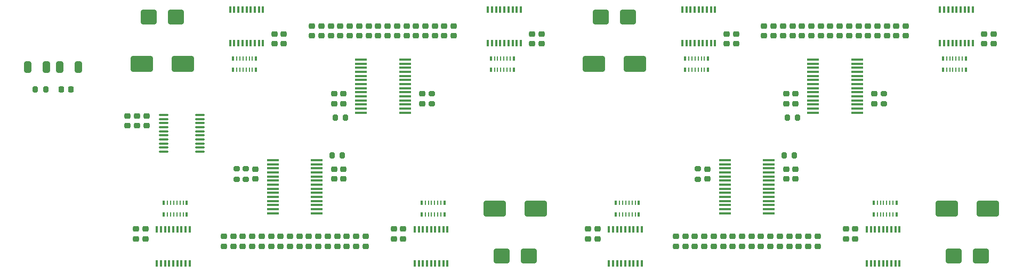
<source format=gtp>
G04 #@! TF.GenerationSoftware,KiCad,Pcbnew,9.0.6*
G04 #@! TF.CreationDate,2025-12-17T10:29:11+01:00*
G04 #@! TF.ProjectId,OM-64DO,4f4d2d36-3444-44f2-9e6b-696361645f70,1A*
G04 #@! TF.SameCoordinates,Original*
G04 #@! TF.FileFunction,Paste,Top*
G04 #@! TF.FilePolarity,Positive*
%FSLAX46Y46*%
G04 Gerber Fmt 4.6, Leading zero omitted, Abs format (unit mm)*
G04 Created by KiCad (PCBNEW 9.0.6) date 2025-12-17 10:29:11*
%MOMM*%
%LPD*%
G01*
G04 APERTURE LIST*
G04 Aperture macros list*
%AMRoundRect*
0 Rectangle with rounded corners*
0 $1 Rounding radius*
0 $2 $3 $4 $5 $6 $7 $8 $9 X,Y pos of 4 corners*
0 Add a 4 corners polygon primitive as box body*
4,1,4,$2,$3,$4,$5,$6,$7,$8,$9,$2,$3,0*
0 Add four circle primitives for the rounded corners*
1,1,$1+$1,$2,$3*
1,1,$1+$1,$4,$5*
1,1,$1+$1,$6,$7*
1,1,$1+$1,$8,$9*
0 Add four rect primitives between the rounded corners*
20,1,$1+$1,$2,$3,$4,$5,0*
20,1,$1+$1,$4,$5,$6,$7,0*
20,1,$1+$1,$6,$7,$8,$9,0*
20,1,$1+$1,$8,$9,$2,$3,0*%
G04 Aperture macros list end*
%ADD10RoundRect,0.200000X0.200000X0.275000X-0.200000X0.275000X-0.200000X-0.275000X0.200000X-0.275000X0*%
%ADD11RoundRect,0.250000X-0.325000X-0.650000X0.325000X-0.650000X0.325000X0.650000X-0.325000X0.650000X0*%
%ADD12RoundRect,0.250000X0.325000X0.650000X-0.325000X0.650000X-0.325000X-0.650000X0.325000X-0.650000X0*%
%ADD13RoundRect,0.218750X-0.218750X-0.256250X0.218750X-0.256250X0.218750X0.256250X-0.218750X0.256250X0*%
%ADD14RoundRect,0.225000X0.250000X-0.225000X0.250000X0.225000X-0.250000X0.225000X-0.250000X-0.225000X0*%
%ADD15RoundRect,0.250000X1.500000X1.000000X-1.500000X1.000000X-1.500000X-1.000000X1.500000X-1.000000X0*%
%ADD16RoundRect,0.218750X0.256250X-0.218750X0.256250X0.218750X-0.256250X0.218750X-0.256250X-0.218750X0*%
%ADD17RoundRect,0.250000X1.000000X0.900000X-1.000000X0.900000X-1.000000X-0.900000X1.000000X-0.900000X0*%
%ADD18RoundRect,0.200000X0.275000X-0.200000X0.275000X0.200000X-0.275000X0.200000X-0.275000X-0.200000X0*%
%ADD19RoundRect,0.200000X-0.200000X-0.275000X0.200000X-0.275000X0.200000X0.275000X-0.200000X0.275000X0*%
%ADD20R,0.425000X0.800000*%
%ADD21R,0.250000X0.800000*%
%ADD22R,0.400000X1.000000*%
%ADD23RoundRect,0.100000X0.850000X0.100000X-0.850000X0.100000X-0.850000X-0.100000X0.850000X-0.100000X0*%
%ADD24RoundRect,0.225000X-0.250000X0.225000X-0.250000X-0.225000X0.250000X-0.225000X0.250000X0.225000X0*%
%ADD25RoundRect,0.100000X-0.637500X-0.100000X0.637500X-0.100000X0.637500X0.100000X-0.637500X0.100000X0*%
%ADD26RoundRect,0.250000X-1.500000X-1.000000X1.500000X-1.000000X1.500000X1.000000X-1.500000X1.000000X0*%
%ADD27RoundRect,0.218750X-0.256250X0.218750X-0.256250X-0.218750X0.256250X-0.218750X0.256250X0.218750X0*%
%ADD28RoundRect,0.250000X-1.000000X-0.900000X1.000000X-0.900000X1.000000X0.900000X-1.000000X0.900000X0*%
%ADD29RoundRect,0.100000X-0.850000X-0.100000X0.850000X-0.100000X0.850000X0.100000X-0.850000X0.100000X0*%
%ADD30RoundRect,0.200000X-0.275000X0.200000X-0.275000X-0.200000X0.275000X-0.200000X0.275000X0.200000X0*%
G04 APERTURE END LIST*
D10*
G04 #@! TO.C,R103*
X80835000Y-98000000D03*
X82485000Y-98000000D03*
G04 #@! TD*
D11*
G04 #@! TO.C,C101*
X82635000Y-94500000D03*
X79685000Y-94500000D03*
G04 #@! TD*
D12*
G04 #@! TO.C,C102*
X84765000Y-94500000D03*
X87715000Y-94500000D03*
G04 #@! TD*
D13*
G04 #@! TO.C,D102*
X86527500Y-98000000D03*
X84952500Y-98000000D03*
G04 #@! TD*
D14*
G04 #@! TO.C,C106*
X95500000Y-103775000D03*
X95500000Y-102225000D03*
G04 #@! TD*
G04 #@! TO.C,C501*
X187600000Y-110725000D03*
X187600000Y-112275000D03*
G04 #@! TD*
D15*
G04 #@! TO.C,C502*
X225600000Y-117000000D03*
X232100000Y-117000000D03*
G04 #@! TD*
D14*
G04 #@! TO.C,C503*
X201600000Y-112275000D03*
X201600000Y-110725000D03*
G04 #@! TD*
G04 #@! TO.C,C504*
X200100000Y-112275000D03*
X200100000Y-110725000D03*
G04 #@! TD*
G04 #@! TO.C,C505*
X209575000Y-121775000D03*
X209575000Y-120225000D03*
G04 #@! TD*
G04 #@! TO.C,C506*
X211075000Y-121775000D03*
X211075000Y-120225000D03*
G04 #@! TD*
G04 #@! TO.C,C507*
X168625000Y-121775000D03*
X168625000Y-120225000D03*
G04 #@! TD*
G04 #@! TO.C,C508*
X170125000Y-121775000D03*
X170125000Y-120225000D03*
G04 #@! TD*
D16*
G04 #@! TO.C,D501*
X205100000Y-121425000D03*
X205100000Y-123000000D03*
G04 #@! TD*
G04 #@! TO.C,D502*
X203600000Y-123000000D03*
X203600000Y-121425000D03*
G04 #@! TD*
G04 #@! TO.C,D503*
X202100000Y-123000000D03*
X202100000Y-121425000D03*
G04 #@! TD*
G04 #@! TO.C,D504*
X200600000Y-123000000D03*
X200600000Y-121425000D03*
G04 #@! TD*
G04 #@! TO.C,D505*
X199100000Y-123000000D03*
X199100000Y-121425000D03*
G04 #@! TD*
G04 #@! TO.C,D506*
X197600000Y-123000000D03*
X197600000Y-121425000D03*
G04 #@! TD*
G04 #@! TO.C,D507*
X196100000Y-123000000D03*
X196100000Y-121425000D03*
G04 #@! TD*
G04 #@! TO.C,D508*
X194600000Y-123000000D03*
X194600000Y-121425000D03*
G04 #@! TD*
G04 #@! TO.C,D509*
X193100000Y-123000000D03*
X193100000Y-121425000D03*
G04 #@! TD*
G04 #@! TO.C,D510*
X191600000Y-123000000D03*
X191600000Y-121425000D03*
G04 #@! TD*
G04 #@! TO.C,D511*
X190100000Y-123000000D03*
X190100000Y-121425000D03*
G04 #@! TD*
G04 #@! TO.C,D512*
X188600000Y-123000000D03*
X188600000Y-121425000D03*
G04 #@! TD*
G04 #@! TO.C,D513*
X187100000Y-123000000D03*
X187100000Y-121425000D03*
G04 #@! TD*
G04 #@! TO.C,D514*
X185600000Y-123000000D03*
X185600000Y-121425000D03*
G04 #@! TD*
G04 #@! TO.C,D515*
X184100000Y-123000000D03*
X184100000Y-121425000D03*
G04 #@! TD*
G04 #@! TO.C,D516*
X182600000Y-123000000D03*
X182600000Y-121425000D03*
G04 #@! TD*
D17*
G04 #@! TO.C,D517*
X226700000Y-124500000D03*
X231000000Y-124500000D03*
G04 #@! TD*
D18*
G04 #@! TO.C,R517*
X186100000Y-112325000D03*
X186100000Y-110675000D03*
G04 #@! TD*
D19*
G04 #@! TO.C,R518*
X199775000Y-108500000D03*
X201425000Y-108500000D03*
G04 #@! TD*
D20*
G04 #@! TO.C,RN501*
X217662500Y-116100000D03*
D21*
X217075000Y-116100000D03*
X216575000Y-116100000D03*
X216075000Y-116100000D03*
X215575000Y-116100000D03*
X215075000Y-116100000D03*
X214575000Y-116100000D03*
D20*
X213987500Y-116100000D03*
X213987500Y-117900000D03*
D21*
X214575000Y-117900000D03*
X215075000Y-117900000D03*
X215575000Y-117900000D03*
X216075000Y-117900000D03*
X216575000Y-117900000D03*
X217075000Y-117900000D03*
D20*
X217662500Y-117900000D03*
G04 #@! TD*
G04 #@! TO.C,RN503*
X176712500Y-116100000D03*
D21*
X176125000Y-116100000D03*
X175625000Y-116100000D03*
X175125000Y-116100000D03*
X174625000Y-116100000D03*
X174125000Y-116100000D03*
X173625000Y-116100000D03*
D20*
X173037500Y-116100000D03*
X173037500Y-117900000D03*
D21*
X173625000Y-117900000D03*
X174125000Y-117900000D03*
X174625000Y-117900000D03*
X175125000Y-117900000D03*
X175625000Y-117900000D03*
X176125000Y-117900000D03*
D20*
X176712500Y-117900000D03*
G04 #@! TD*
D22*
G04 #@! TO.C,U501*
X218100000Y-125700000D03*
X217450000Y-125700000D03*
X216800000Y-125700000D03*
X216150000Y-125700000D03*
X215500000Y-125700000D03*
X214850000Y-125700000D03*
X214200000Y-125700000D03*
X213550000Y-125700000D03*
X212900000Y-125700000D03*
X212900000Y-120300000D03*
X213550000Y-120300000D03*
X214200000Y-120300000D03*
X214850000Y-120300000D03*
X215500000Y-120300000D03*
X216150000Y-120300000D03*
X216800000Y-120300000D03*
X217450000Y-120300000D03*
X218100000Y-120300000D03*
G04 #@! TD*
D23*
G04 #@! TO.C,U502*
X190350000Y-117725000D03*
X190350000Y-117075000D03*
X190350000Y-116425000D03*
X190350000Y-115775000D03*
X190350000Y-115125000D03*
X190350000Y-114475000D03*
X190350000Y-113825000D03*
X190350000Y-113175000D03*
X190350000Y-112525000D03*
X190350000Y-111875000D03*
X190350000Y-111225000D03*
X190350000Y-110575000D03*
X190350000Y-109925000D03*
X190350000Y-109275000D03*
X197350000Y-109275000D03*
X197350000Y-109925000D03*
X197350000Y-110575000D03*
X197350000Y-111225000D03*
X197350000Y-111875000D03*
X197350000Y-112525000D03*
X197350000Y-113175000D03*
X197350000Y-113825000D03*
X197350000Y-114475000D03*
X197350000Y-115125000D03*
X197350000Y-115775000D03*
X197350000Y-116425000D03*
X197350000Y-117075000D03*
X197350000Y-117725000D03*
G04 #@! TD*
D22*
G04 #@! TO.C,U503*
X177150000Y-120300000D03*
X176500000Y-120300000D03*
X175850000Y-120300000D03*
X175200000Y-120300000D03*
X174550000Y-120300000D03*
X173900000Y-120300000D03*
X173250000Y-120300000D03*
X172600000Y-120300000D03*
X171950000Y-120300000D03*
X171950000Y-125700000D03*
X172600000Y-125700000D03*
X173250000Y-125700000D03*
X173900000Y-125700000D03*
X174550000Y-125700000D03*
X175200000Y-125700000D03*
X175850000Y-125700000D03*
X176500000Y-125700000D03*
X177150000Y-125700000D03*
G04 #@! TD*
D24*
G04 #@! TO.C,C104*
X97000000Y-103775000D03*
X97000000Y-102225000D03*
G04 #@! TD*
D25*
G04 #@! TO.C,U103*
X107000000Y-102075000D03*
X107000000Y-102725000D03*
X107000000Y-103375000D03*
X107000000Y-104025000D03*
X107000000Y-104675000D03*
X107000000Y-105325000D03*
X107000000Y-105975000D03*
X107000000Y-106625000D03*
X107000000Y-107275000D03*
X107000000Y-107925000D03*
X101275000Y-107925000D03*
X101275000Y-107275000D03*
X101275000Y-106625000D03*
X101275000Y-105975000D03*
X101275000Y-105325000D03*
X101275000Y-104675000D03*
X101275000Y-104025000D03*
X101275000Y-103375000D03*
X101275000Y-102725000D03*
X101275000Y-102075000D03*
G04 #@! TD*
D24*
G04 #@! TO.C,C105*
X98500000Y-103775000D03*
X98500000Y-102225000D03*
G04 #@! TD*
D20*
G04 #@! TO.C,RN201*
X112237500Y-94900000D03*
D21*
X112825000Y-94900000D03*
X113325000Y-94900000D03*
X113825000Y-94900000D03*
X114325000Y-94900000D03*
X114825000Y-94900000D03*
X115325000Y-94900000D03*
D20*
X115912500Y-94900000D03*
X115912500Y-93100000D03*
D21*
X115325000Y-93100000D03*
X114825000Y-93100000D03*
X114325000Y-93100000D03*
X113825000Y-93100000D03*
X113325000Y-93100000D03*
X112825000Y-93100000D03*
D20*
X112237500Y-93100000D03*
G04 #@! TD*
D26*
G04 #@! TO.C,C202*
X97800000Y-94000000D03*
X104300000Y-94000000D03*
G04 #@! TD*
D22*
G04 #@! TO.C,U203*
X152750000Y-90700000D03*
X153400000Y-90700000D03*
X154050000Y-90700000D03*
X154700000Y-90700000D03*
X155350000Y-90700000D03*
X156000000Y-90700000D03*
X156650000Y-90700000D03*
X157300000Y-90700000D03*
X157950000Y-90700000D03*
X157950000Y-85300000D03*
X157300000Y-85300000D03*
X156650000Y-85300000D03*
X156000000Y-85300000D03*
X155350000Y-85300000D03*
X154700000Y-85300000D03*
X154050000Y-85300000D03*
X153400000Y-85300000D03*
X152750000Y-85300000D03*
G04 #@! TD*
D27*
G04 #@! TO.C,D213*
X142800000Y-87925000D03*
X142800000Y-89500000D03*
G04 #@! TD*
G04 #@! TO.C,D212*
X141300000Y-87925000D03*
X141300000Y-89500000D03*
G04 #@! TD*
D20*
G04 #@! TO.C,RN203*
X153187500Y-94900000D03*
D21*
X153775000Y-94900000D03*
X154275000Y-94900000D03*
X154775000Y-94900000D03*
X155275000Y-94900000D03*
X155775000Y-94900000D03*
X156275000Y-94900000D03*
D20*
X156862500Y-94900000D03*
X156862500Y-93100000D03*
D21*
X156275000Y-93100000D03*
X155775000Y-93100000D03*
X155275000Y-93100000D03*
X154775000Y-93100000D03*
X154275000Y-93100000D03*
X153775000Y-93100000D03*
D20*
X153187500Y-93100000D03*
G04 #@! TD*
D27*
G04 #@! TO.C,D214*
X144300000Y-87925000D03*
X144300000Y-89500000D03*
G04 #@! TD*
G04 #@! TO.C,D206*
X132300000Y-87925000D03*
X132300000Y-89500000D03*
G04 #@! TD*
G04 #@! TO.C,D207*
X133800000Y-87925000D03*
X133800000Y-89500000D03*
G04 #@! TD*
D28*
G04 #@! TO.C,D217*
X103200000Y-86500000D03*
X98900000Y-86500000D03*
G04 #@! TD*
D24*
G04 #@! TO.C,C201*
X142300000Y-98725000D03*
X142300000Y-100275000D03*
G04 #@! TD*
D10*
G04 #@! TO.C,R218*
X130125000Y-102500000D03*
X128475000Y-102500000D03*
G04 #@! TD*
D24*
G04 #@! TO.C,C206*
X118825000Y-89225000D03*
X118825000Y-90775000D03*
G04 #@! TD*
D27*
G04 #@! TO.C,D208*
X135300000Y-87925000D03*
X135300000Y-89500000D03*
G04 #@! TD*
D24*
G04 #@! TO.C,C207*
X161275000Y-89225000D03*
X161275000Y-90775000D03*
G04 #@! TD*
D27*
G04 #@! TO.C,D211*
X139800000Y-87925000D03*
X139800000Y-89500000D03*
G04 #@! TD*
D24*
G04 #@! TO.C,C205*
X120325000Y-89225000D03*
X120325000Y-90775000D03*
G04 #@! TD*
D27*
G04 #@! TO.C,D204*
X129300000Y-87925000D03*
X129300000Y-89500000D03*
G04 #@! TD*
G04 #@! TO.C,D203*
X127800000Y-87925000D03*
X127800000Y-89500000D03*
G04 #@! TD*
D29*
G04 #@! TO.C,U202*
X132550000Y-93275000D03*
X132550000Y-93925000D03*
X132550000Y-94575000D03*
X132550000Y-95225000D03*
X132550000Y-95875000D03*
X132550000Y-96525000D03*
X132550000Y-97175000D03*
X132550000Y-97825000D03*
X132550000Y-98475000D03*
X132550000Y-99125000D03*
X132550000Y-99775000D03*
X132550000Y-100425000D03*
X132550000Y-101075000D03*
X132550000Y-101725000D03*
X139550000Y-101725000D03*
X139550000Y-101075000D03*
X139550000Y-100425000D03*
X139550000Y-99775000D03*
X139550000Y-99125000D03*
X139550000Y-98475000D03*
X139550000Y-97825000D03*
X139550000Y-97175000D03*
X139550000Y-96525000D03*
X139550000Y-95875000D03*
X139550000Y-95225000D03*
X139550000Y-94575000D03*
X139550000Y-93925000D03*
X139550000Y-93275000D03*
G04 #@! TD*
D27*
G04 #@! TO.C,D209*
X136800000Y-87925000D03*
X136800000Y-89500000D03*
G04 #@! TD*
G04 #@! TO.C,D201*
X124800000Y-87925000D03*
X124800000Y-89500000D03*
G04 #@! TD*
D24*
G04 #@! TO.C,C203*
X128300000Y-98725000D03*
X128300000Y-100275000D03*
G04 #@! TD*
D30*
G04 #@! TO.C,R217*
X143800000Y-98675000D03*
X143800000Y-100325000D03*
G04 #@! TD*
D27*
G04 #@! TO.C,D205*
X130800000Y-87925000D03*
X130800000Y-89500000D03*
G04 #@! TD*
D24*
G04 #@! TO.C,C204*
X129800000Y-98725000D03*
X129800000Y-100275000D03*
G04 #@! TD*
D27*
G04 #@! TO.C,D210*
X138300000Y-87925000D03*
X138300000Y-89500000D03*
G04 #@! TD*
D22*
G04 #@! TO.C,U201*
X111800000Y-90700000D03*
X112450000Y-90700000D03*
X113100000Y-90700000D03*
X113750000Y-90700000D03*
X114400000Y-90700000D03*
X115050000Y-90700000D03*
X115700000Y-90700000D03*
X116350000Y-90700000D03*
X117000000Y-90700000D03*
X117000000Y-85300000D03*
X116350000Y-85300000D03*
X115700000Y-85300000D03*
X115050000Y-85300000D03*
X114400000Y-85300000D03*
X113750000Y-85300000D03*
X113100000Y-85300000D03*
X112450000Y-85300000D03*
X111800000Y-85300000D03*
G04 #@! TD*
D27*
G04 #@! TO.C,D216*
X147300000Y-87925000D03*
X147300000Y-89500000D03*
G04 #@! TD*
G04 #@! TO.C,D215*
X145800000Y-87925000D03*
X145800000Y-89500000D03*
G04 #@! TD*
D24*
G04 #@! TO.C,C208*
X159775000Y-89225000D03*
X159775000Y-90775000D03*
G04 #@! TD*
D27*
G04 #@! TO.C,D202*
X126300000Y-87925000D03*
X126300000Y-89500000D03*
G04 #@! TD*
D23*
G04 #@! TO.C,U402*
X125550000Y-117725000D03*
X125550000Y-117075000D03*
X125550000Y-116425000D03*
X125550000Y-115775000D03*
X125550000Y-115125000D03*
X125550000Y-114475000D03*
X125550000Y-113825000D03*
X125550000Y-113175000D03*
X125550000Y-112525000D03*
X125550000Y-111875000D03*
X125550000Y-111225000D03*
X125550000Y-110575000D03*
X125550000Y-109925000D03*
X125550000Y-109275000D03*
X118550000Y-109275000D03*
X118550000Y-109925000D03*
X118550000Y-110575000D03*
X118550000Y-111225000D03*
X118550000Y-111875000D03*
X118550000Y-112525000D03*
X118550000Y-113175000D03*
X118550000Y-113825000D03*
X118550000Y-114475000D03*
X118550000Y-115125000D03*
X118550000Y-115775000D03*
X118550000Y-116425000D03*
X118550000Y-117075000D03*
X118550000Y-117725000D03*
G04 #@! TD*
D20*
G04 #@! TO.C,RN403*
X104912500Y-116100000D03*
D21*
X104325000Y-116100000D03*
X103825000Y-116100000D03*
X103325000Y-116100000D03*
X102825000Y-116100000D03*
X102325000Y-116100000D03*
X101825000Y-116100000D03*
D20*
X101237500Y-116100000D03*
X101237500Y-117900000D03*
D21*
X101825000Y-117900000D03*
X102325000Y-117900000D03*
X102825000Y-117900000D03*
X103325000Y-117900000D03*
X103825000Y-117900000D03*
X104325000Y-117900000D03*
D20*
X104912500Y-117900000D03*
G04 #@! TD*
D14*
G04 #@! TO.C,C408*
X98325000Y-121775000D03*
X98325000Y-120225000D03*
G04 #@! TD*
D22*
G04 #@! TO.C,U403*
X105350000Y-125700000D03*
X104700000Y-125700000D03*
X104050000Y-125700000D03*
X103400000Y-125700000D03*
X102750000Y-125700000D03*
X102100000Y-125700000D03*
X101450000Y-125700000D03*
X100800000Y-125700000D03*
X100150000Y-125700000D03*
X100150000Y-120300000D03*
X100800000Y-120300000D03*
X101450000Y-120300000D03*
X102100000Y-120300000D03*
X102750000Y-120300000D03*
X103400000Y-120300000D03*
X104050000Y-120300000D03*
X104700000Y-120300000D03*
X105350000Y-120300000D03*
G04 #@! TD*
D16*
G04 #@! TO.C,D408*
X122800000Y-121425000D03*
X122800000Y-123000000D03*
G04 #@! TD*
G04 #@! TO.C,D407*
X124300000Y-121425000D03*
X124300000Y-123000000D03*
G04 #@! TD*
G04 #@! TO.C,D403*
X130300000Y-121425000D03*
X130300000Y-123000000D03*
G04 #@! TD*
D18*
G04 #@! TO.C,R417*
X114300000Y-112325000D03*
X114300000Y-110675000D03*
G04 #@! TD*
D22*
G04 #@! TO.C,U401*
X146300000Y-120300000D03*
X145650000Y-120300000D03*
X145000000Y-120300000D03*
X144350000Y-120300000D03*
X143700000Y-120300000D03*
X143050000Y-120300000D03*
X142400000Y-120300000D03*
X141750000Y-120300000D03*
X141100000Y-120300000D03*
X141100000Y-125700000D03*
X141750000Y-125700000D03*
X142400000Y-125700000D03*
X143050000Y-125700000D03*
X143700000Y-125700000D03*
X144350000Y-125700000D03*
X145000000Y-125700000D03*
X145650000Y-125700000D03*
X146300000Y-125700000D03*
G04 #@! TD*
D14*
G04 #@! TO.C,C406*
X139275000Y-121775000D03*
X139275000Y-120225000D03*
G04 #@! TD*
D19*
G04 #@! TO.C,R418*
X127975000Y-108500000D03*
X129625000Y-108500000D03*
G04 #@! TD*
D16*
G04 #@! TO.C,D406*
X125800000Y-121425000D03*
X125800000Y-123000000D03*
G04 #@! TD*
D14*
G04 #@! TO.C,C405*
X137775000Y-121775000D03*
X137775000Y-120225000D03*
G04 #@! TD*
D16*
G04 #@! TO.C,D405*
X127300000Y-121425000D03*
X127300000Y-123000000D03*
G04 #@! TD*
G04 #@! TO.C,D411*
X118300000Y-121425000D03*
X118300000Y-123000000D03*
G04 #@! TD*
G04 #@! TO.C,D402*
X131800000Y-121425000D03*
X131800000Y-123000000D03*
G04 #@! TD*
D14*
G04 #@! TO.C,C403*
X129800000Y-112275000D03*
X129800000Y-110725000D03*
G04 #@! TD*
D16*
G04 #@! TO.C,D415*
X112300000Y-121425000D03*
X112300000Y-123000000D03*
G04 #@! TD*
G04 #@! TO.C,D409*
X121300000Y-121425000D03*
X121300000Y-123000000D03*
G04 #@! TD*
G04 #@! TO.C,D412*
X116800000Y-121425000D03*
X116800000Y-123000000D03*
G04 #@! TD*
G04 #@! TO.C,D416*
X110800000Y-121425000D03*
X110800000Y-123000000D03*
G04 #@! TD*
D14*
G04 #@! TO.C,C407*
X96825000Y-121775000D03*
X96825000Y-120225000D03*
G04 #@! TD*
D16*
G04 #@! TO.C,D401*
X133300000Y-121425000D03*
X133300000Y-123000000D03*
G04 #@! TD*
D20*
G04 #@! TO.C,RN401*
X145862500Y-116100000D03*
D21*
X145275000Y-116100000D03*
X144775000Y-116100000D03*
X144275000Y-116100000D03*
X143775000Y-116100000D03*
X143275000Y-116100000D03*
X142775000Y-116100000D03*
D20*
X142187500Y-116100000D03*
X142187500Y-117900000D03*
D21*
X142775000Y-117900000D03*
X143275000Y-117900000D03*
X143775000Y-117900000D03*
X144275000Y-117900000D03*
X144775000Y-117900000D03*
X145275000Y-117900000D03*
D20*
X145862500Y-117900000D03*
G04 #@! TD*
D16*
G04 #@! TO.C,D404*
X128800000Y-121425000D03*
X128800000Y-123000000D03*
G04 #@! TD*
G04 #@! TO.C,D413*
X115300000Y-121425000D03*
X115300000Y-123000000D03*
G04 #@! TD*
G04 #@! TO.C,D410*
X119800000Y-121425000D03*
X119800000Y-123000000D03*
G04 #@! TD*
D14*
G04 #@! TO.C,C404*
X128300000Y-112275000D03*
X128300000Y-110725000D03*
G04 #@! TD*
D16*
G04 #@! TO.C,D414*
X113800000Y-121425000D03*
X113800000Y-123000000D03*
G04 #@! TD*
D30*
G04 #@! TO.C,R101*
X112800000Y-112325000D03*
X112800000Y-110675000D03*
G04 #@! TD*
D14*
G04 #@! TO.C,C401*
X115800000Y-112275000D03*
X115800000Y-110725000D03*
G04 #@! TD*
D17*
G04 #@! TO.C,D417*
X159200000Y-124500000D03*
X154900000Y-124500000D03*
G04 #@! TD*
D15*
G04 #@! TO.C,C402*
X160300000Y-117000000D03*
X153800000Y-117000000D03*
G04 #@! TD*
D24*
G04 #@! TO.C,C305*
X192125000Y-90775000D03*
X192125000Y-89225000D03*
G04 #@! TD*
D26*
G04 #@! TO.C,C302*
X176100000Y-94000000D03*
X169600000Y-94000000D03*
G04 #@! TD*
D29*
G04 #@! TO.C,U302*
X211350000Y-93275000D03*
X211350000Y-93925000D03*
X211350000Y-94575000D03*
X211350000Y-95225000D03*
X211350000Y-95875000D03*
X211350000Y-96525000D03*
X211350000Y-97175000D03*
X211350000Y-97825000D03*
X211350000Y-98475000D03*
X211350000Y-99125000D03*
X211350000Y-99775000D03*
X211350000Y-100425000D03*
X211350000Y-101075000D03*
X211350000Y-101725000D03*
X204350000Y-101725000D03*
X204350000Y-101075000D03*
X204350000Y-100425000D03*
X204350000Y-99775000D03*
X204350000Y-99125000D03*
X204350000Y-98475000D03*
X204350000Y-97825000D03*
X204350000Y-97175000D03*
X204350000Y-96525000D03*
X204350000Y-95875000D03*
X204350000Y-95225000D03*
X204350000Y-94575000D03*
X204350000Y-93925000D03*
X204350000Y-93275000D03*
G04 #@! TD*
D24*
G04 #@! TO.C,C303*
X200100000Y-100275000D03*
X200100000Y-98725000D03*
G04 #@! TD*
D27*
G04 #@! TO.C,D305*
X202600000Y-89500000D03*
X202600000Y-87925000D03*
G04 #@! TD*
G04 #@! TO.C,D311*
X211600000Y-89500000D03*
X211600000Y-87925000D03*
G04 #@! TD*
G04 #@! TO.C,D309*
X208600000Y-89500000D03*
X208600000Y-87925000D03*
G04 #@! TD*
G04 #@! TO.C,D310*
X210100000Y-89500000D03*
X210100000Y-87925000D03*
G04 #@! TD*
D28*
G04 #@! TO.C,D317*
X175000000Y-86500000D03*
X170700000Y-86500000D03*
G04 #@! TD*
D24*
G04 #@! TO.C,C307*
X233075000Y-90775000D03*
X233075000Y-89225000D03*
G04 #@! TD*
D20*
G04 #@! TO.C,RN301*
X184037500Y-93100000D03*
D21*
X184625000Y-93100000D03*
X185125000Y-93100000D03*
X185625000Y-93100000D03*
X186125000Y-93100000D03*
X186625000Y-93100000D03*
X187125000Y-93100000D03*
D20*
X187712500Y-93100000D03*
X187712500Y-94900000D03*
D21*
X187125000Y-94900000D03*
X186625000Y-94900000D03*
X186125000Y-94900000D03*
X185625000Y-94900000D03*
X185125000Y-94900000D03*
X184625000Y-94900000D03*
D20*
X184037500Y-94900000D03*
G04 #@! TD*
D27*
G04 #@! TO.C,D314*
X216100000Y-89500000D03*
X216100000Y-87925000D03*
G04 #@! TD*
G04 #@! TO.C,D308*
X207100000Y-89500000D03*
X207100000Y-87925000D03*
G04 #@! TD*
D10*
G04 #@! TO.C,R318*
X200275000Y-102500000D03*
X201925000Y-102500000D03*
G04 #@! TD*
D22*
G04 #@! TO.C,U303*
X224550000Y-85300000D03*
X225200000Y-85300000D03*
X225850000Y-85300000D03*
X226500000Y-85300000D03*
X227150000Y-85300000D03*
X227800000Y-85300000D03*
X228450000Y-85300000D03*
X229100000Y-85300000D03*
X229750000Y-85300000D03*
X229750000Y-90700000D03*
X229100000Y-90700000D03*
X228450000Y-90700000D03*
X227800000Y-90700000D03*
X227150000Y-90700000D03*
X226500000Y-90700000D03*
X225850000Y-90700000D03*
X225200000Y-90700000D03*
X224550000Y-90700000D03*
G04 #@! TD*
D20*
G04 #@! TO.C,RN303*
X224987500Y-93100000D03*
D21*
X225575000Y-93100000D03*
X226075000Y-93100000D03*
X226575000Y-93100000D03*
X227075000Y-93100000D03*
X227575000Y-93100000D03*
X228075000Y-93100000D03*
D20*
X228662500Y-93100000D03*
X228662500Y-94900000D03*
D21*
X228075000Y-94900000D03*
X227575000Y-94900000D03*
X227075000Y-94900000D03*
X226575000Y-94900000D03*
X226075000Y-94900000D03*
X225575000Y-94900000D03*
D20*
X224987500Y-94900000D03*
G04 #@! TD*
D30*
G04 #@! TO.C,R317*
X215600000Y-100325000D03*
X215600000Y-98675000D03*
G04 #@! TD*
D27*
G04 #@! TO.C,D304*
X201100000Y-89500000D03*
X201100000Y-87925000D03*
G04 #@! TD*
G04 #@! TO.C,D307*
X205600000Y-89500000D03*
X205600000Y-87925000D03*
G04 #@! TD*
G04 #@! TO.C,D315*
X217600000Y-89500000D03*
X217600000Y-87925000D03*
G04 #@! TD*
D24*
G04 #@! TO.C,C308*
X231575000Y-90775000D03*
X231575000Y-89225000D03*
G04 #@! TD*
D27*
G04 #@! TO.C,D302*
X198100000Y-89500000D03*
X198100000Y-87925000D03*
G04 #@! TD*
G04 #@! TO.C,D316*
X219100000Y-89500000D03*
X219100000Y-87925000D03*
G04 #@! TD*
D22*
G04 #@! TO.C,U301*
X183600000Y-85300000D03*
X184250000Y-85300000D03*
X184900000Y-85300000D03*
X185550000Y-85300000D03*
X186200000Y-85300000D03*
X186850000Y-85300000D03*
X187500000Y-85300000D03*
X188150000Y-85300000D03*
X188800000Y-85300000D03*
X188800000Y-90700000D03*
X188150000Y-90700000D03*
X187500000Y-90700000D03*
X186850000Y-90700000D03*
X186200000Y-90700000D03*
X185550000Y-90700000D03*
X184900000Y-90700000D03*
X184250000Y-90700000D03*
X183600000Y-90700000D03*
G04 #@! TD*
D24*
G04 #@! TO.C,C304*
X201600000Y-100275000D03*
X201600000Y-98725000D03*
G04 #@! TD*
G04 #@! TO.C,C306*
X190625000Y-90775000D03*
X190625000Y-89225000D03*
G04 #@! TD*
D27*
G04 #@! TO.C,D303*
X199600000Y-89500000D03*
X199600000Y-87925000D03*
G04 #@! TD*
G04 #@! TO.C,D306*
X204100000Y-89500000D03*
X204100000Y-87925000D03*
G04 #@! TD*
D24*
G04 #@! TO.C,C301*
X214100000Y-100275000D03*
X214100000Y-98725000D03*
G04 #@! TD*
D27*
G04 #@! TO.C,D301*
X196600000Y-89500000D03*
X196600000Y-87925000D03*
G04 #@! TD*
G04 #@! TO.C,D313*
X214600000Y-89500000D03*
X214600000Y-87925000D03*
G04 #@! TD*
G04 #@! TO.C,D312*
X213100000Y-89500000D03*
X213100000Y-87925000D03*
G04 #@! TD*
M02*

</source>
